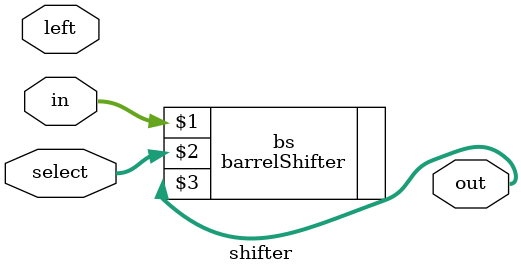
<source format=v>
module shifter(input [15:0] in , input [3:0] select , input left , output [15:0] out);

barrelShifter bs(in , select , out);



endmodule

</source>
